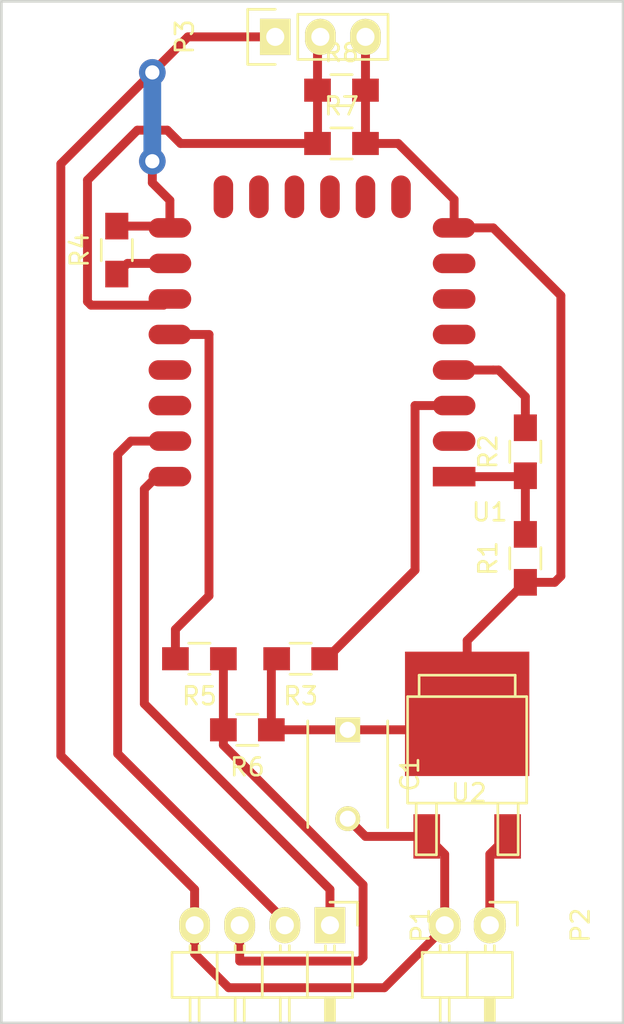
<source format=kicad_pcb>
(kicad_pcb (version 4) (host pcbnew 4.0.1-stable)

  (general
    (links 28)
    (no_connects 19)
    (area 17.424999 21.591666 52.575001 88.175001)
    (thickness 1.6)
    (drawings 4)
    (tracks 90)
    (zones 0)
    (modules 14)
    (nets 25)
  )

  (page User 150.012 150.012)
  (layers
    (0 F.Cu signal hide)
    (31 B.Cu signal)
    (32 B.Adhes user)
    (33 F.Adhes user)
    (34 B.Paste user)
    (35 F.Paste user)
    (36 B.SilkS user)
    (37 F.SilkS user)
    (38 B.Mask user)
    (39 F.Mask user)
    (40 Dwgs.User user)
    (41 Cmts.User user)
    (42 Eco1.User user)
    (43 Eco2.User user)
    (44 Edge.Cuts user)
    (45 Margin user)
    (46 B.CrtYd user)
    (47 F.CrtYd user)
    (48 B.Fab user)
    (49 F.Fab user)
  )

  (setup
    (last_trace_width 1)
    (trace_clearance 0.5)
    (zone_clearance 0.508)
    (zone_45_only no)
    (trace_min 1)
    (segment_width 0.2)
    (edge_width 0.15)
    (via_size 1.5)
    (via_drill 0.8)
    (via_min_size 1.5)
    (via_min_drill 0.8)
    (uvia_size 0.3)
    (uvia_drill 0.1)
    (uvias_allowed no)
    (uvia_min_size 0.2)
    (uvia_min_drill 0.1)
    (pcb_text_width 0.3)
    (pcb_text_size 1.5 1.5)
    (mod_edge_width 0.15)
    (mod_text_size 1 1)
    (mod_text_width 0.15)
    (pad_size 1.524 1.524)
    (pad_drill 0.762)
    (pad_to_mask_clearance 0.2)
    (aux_axis_origin 0 0)
    (visible_elements FFFFFF7F)
    (pcbplotparams
      (layerselection 0x00000_80000001)
      (usegerberextensions false)
      (excludeedgelayer false)
      (linewidth 0.200000)
      (plotframeref false)
      (viasonmask false)
      (mode 1)
      (useauxorigin false)
      (hpglpennumber 1)
      (hpglpenspeed 20)
      (hpglpendiameter 15)
      (hpglpenoverlay 2)
      (psnegative false)
      (psa4output false)
      (plotreference false)
      (plotvalue false)
      (plotinvisibletext false)
      (padsonsilk false)
      (subtractmaskfromsilk false)
      (outputformat 5)
      (mirror false)
      (drillshape 0)
      (scaleselection 1)
      (outputdirectory ""))
  )

  (net 0 "")
  (net 1 "Net-(P1-Pad1)")
  (net 2 "Net-(P1-Pad2)")
  (net 3 "Net-(P1-Pad3)")
  (net 4 GND)
  (net 5 VCC)
  (net 6 "Net-(R1-Pad2)")
  (net 7 "Net-(R2-Pad2)")
  (net 8 "Net-(R3-Pad1)")
  (net 9 "Net-(R4-Pad1)")
  (net 10 "Net-(R5-Pad2)")
  (net 11 /DATA)
  (net 12 "Net-(U1-Pad9)")
  (net 13 "Net-(U1-Pad10)")
  (net 14 "Net-(U1-Pad11)")
  (net 15 "Net-(U1-Pad12)")
  (net 16 "Net-(U1-Pad13)")
  (net 17 "Net-(U1-Pad14)")
  (net 18 "Net-(U1-Pad2)")
  (net 19 "Net-(U1-Pad5)")
  (net 20 "Net-(U1-Pad6)")
  (net 21 "Net-(U1-Pad7)")
  (net 22 "Net-(U1-Pad19)")
  (net 23 "Net-(U1-Pad20)")
  (net 24 "Net-(P2-Pad1)")

  (net_class Default "This is the default net class."
    (clearance 0.5)
    (trace_width 1)
    (via_dia 1.5)
    (via_drill 0.8)
    (uvia_dia 0.3)
    (uvia_drill 0.1)
    (add_net /DATA)
    (add_net GND)
    (add_net "Net-(P1-Pad1)")
    (add_net "Net-(P1-Pad2)")
    (add_net "Net-(P1-Pad3)")
    (add_net "Net-(P2-Pad1)")
    (add_net "Net-(R1-Pad2)")
    (add_net "Net-(R2-Pad2)")
    (add_net "Net-(R3-Pad1)")
    (add_net "Net-(R4-Pad1)")
    (add_net "Net-(R5-Pad2)")
    (add_net "Net-(U1-Pad10)")
    (add_net "Net-(U1-Pad11)")
    (add_net "Net-(U1-Pad12)")
    (add_net "Net-(U1-Pad13)")
    (add_net "Net-(U1-Pad14)")
    (add_net "Net-(U1-Pad19)")
    (add_net "Net-(U1-Pad2)")
    (add_net "Net-(U1-Pad20)")
    (add_net "Net-(U1-Pad5)")
    (add_net "Net-(U1-Pad6)")
    (add_net "Net-(U1-Pad7)")
    (add_net "Net-(U1-Pad9)")
    (add_net VCC)
  )

  (module Pin_Headers:Pin_Header_Angled_1x04 (layer F.Cu) (tedit 57012298) (tstamp 57011C71)
    (at 36 77 270)
    (descr "Through hole pin header")
    (tags "pin header")
    (path /56EC5FC2)
    (fp_text reference P1 (at 0 -5.1 270) (layer F.SilkS)
      (effects (font (size 1 1) (thickness 0.15)))
    )
    (fp_text value CONN_01X04 (at 0 -3.1 270) (layer F.Fab) hide
      (effects (font (size 1 1) (thickness 0.15)))
    )
    (fp_line (start -1.5 -1.75) (end -1.5 9.4) (layer F.CrtYd) (width 0.05))
    (fp_line (start 10.65 -1.75) (end 10.65 9.4) (layer F.CrtYd) (width 0.05))
    (fp_line (start -1.5 -1.75) (end 10.65 -1.75) (layer F.CrtYd) (width 0.05))
    (fp_line (start -1.5 9.4) (end 10.65 9.4) (layer F.CrtYd) (width 0.05))
    (fp_line (start -1.3 -1.55) (end -1.3 0) (layer F.SilkS) (width 0.15))
    (fp_line (start 0 -1.55) (end -1.3 -1.55) (layer F.SilkS) (width 0.15))
    (fp_line (start 4.191 -0.127) (end 10.033 -0.127) (layer F.SilkS) (width 0.15))
    (fp_line (start 10.033 -0.127) (end 10.033 0.127) (layer F.SilkS) (width 0.15))
    (fp_line (start 10.033 0.127) (end 4.191 0.127) (layer F.SilkS) (width 0.15))
    (fp_line (start 4.191 0.127) (end 4.191 0) (layer F.SilkS) (width 0.15))
    (fp_line (start 4.191 0) (end 10.033 0) (layer F.SilkS) (width 0.15))
    (fp_line (start 1.524 -0.254) (end 1.143 -0.254) (layer F.SilkS) (width 0.15))
    (fp_line (start 1.524 0.254) (end 1.143 0.254) (layer F.SilkS) (width 0.15))
    (fp_line (start 1.524 2.286) (end 1.143 2.286) (layer F.SilkS) (width 0.15))
    (fp_line (start 1.524 2.794) (end 1.143 2.794) (layer F.SilkS) (width 0.15))
    (fp_line (start 1.524 4.826) (end 1.143 4.826) (layer F.SilkS) (width 0.15))
    (fp_line (start 1.524 5.334) (end 1.143 5.334) (layer F.SilkS) (width 0.15))
    (fp_line (start 1.524 7.874) (end 1.143 7.874) (layer F.SilkS) (width 0.15))
    (fp_line (start 1.524 7.366) (end 1.143 7.366) (layer F.SilkS) (width 0.15))
    (fp_line (start 1.524 -1.27) (end 4.064 -1.27) (layer F.SilkS) (width 0.15))
    (fp_line (start 1.524 1.27) (end 4.064 1.27) (layer F.SilkS) (width 0.15))
    (fp_line (start 1.524 1.27) (end 1.524 3.81) (layer F.SilkS) (width 0.15))
    (fp_line (start 1.524 3.81) (end 4.064 3.81) (layer F.SilkS) (width 0.15))
    (fp_line (start 4.064 2.286) (end 10.16 2.286) (layer F.SilkS) (width 0.15))
    (fp_line (start 10.16 2.286) (end 10.16 2.794) (layer F.SilkS) (width 0.15))
    (fp_line (start 10.16 2.794) (end 4.064 2.794) (layer F.SilkS) (width 0.15))
    (fp_line (start 4.064 3.81) (end 4.064 1.27) (layer F.SilkS) (width 0.15))
    (fp_line (start 4.064 1.27) (end 4.064 -1.27) (layer F.SilkS) (width 0.15))
    (fp_line (start 10.16 0.254) (end 4.064 0.254) (layer F.SilkS) (width 0.15))
    (fp_line (start 10.16 -0.254) (end 10.16 0.254) (layer F.SilkS) (width 0.15))
    (fp_line (start 4.064 -0.254) (end 10.16 -0.254) (layer F.SilkS) (width 0.15))
    (fp_line (start 1.524 1.27) (end 4.064 1.27) (layer F.SilkS) (width 0.15))
    (fp_line (start 1.524 -1.27) (end 1.524 1.27) (layer F.SilkS) (width 0.15))
    (fp_line (start 1.524 6.35) (end 4.064 6.35) (layer F.SilkS) (width 0.15))
    (fp_line (start 1.524 6.35) (end 1.524 8.89) (layer F.SilkS) (width 0.15))
    (fp_line (start 1.524 8.89) (end 4.064 8.89) (layer F.SilkS) (width 0.15))
    (fp_line (start 4.064 7.366) (end 10.16 7.366) (layer F.SilkS) (width 0.15))
    (fp_line (start 10.16 7.366) (end 10.16 7.874) (layer F.SilkS) (width 0.15))
    (fp_line (start 10.16 7.874) (end 4.064 7.874) (layer F.SilkS) (width 0.15))
    (fp_line (start 4.064 8.89) (end 4.064 6.35) (layer F.SilkS) (width 0.15))
    (fp_line (start 4.064 6.35) (end 4.064 3.81) (layer F.SilkS) (width 0.15))
    (fp_line (start 10.16 5.334) (end 4.064 5.334) (layer F.SilkS) (width 0.15))
    (fp_line (start 10.16 4.826) (end 10.16 5.334) (layer F.SilkS) (width 0.15))
    (fp_line (start 4.064 4.826) (end 10.16 4.826) (layer F.SilkS) (width 0.15))
    (fp_line (start 1.524 6.35) (end 4.064 6.35) (layer F.SilkS) (width 0.15))
    (fp_line (start 1.524 3.81) (end 1.524 6.35) (layer F.SilkS) (width 0.15))
    (fp_line (start 1.524 3.81) (end 4.064 3.81) (layer F.SilkS) (width 0.15))
    (pad 1 thru_hole rect (at 0 0 270) (size 2.032 1.7272) (drill 1.016) (layers *.Cu *.Mask F.SilkS)
      (net 1 "Net-(P1-Pad1)"))
    (pad 2 thru_hole oval (at 0 2.54 270) (size 2.032 1.7272) (drill 1.016) (layers *.Cu *.Mask F.SilkS)
      (net 2 "Net-(P1-Pad2)"))
    (pad 3 thru_hole oval (at 0 5.08 270) (size 2.032 1.7272) (drill 1.016) (layers *.Cu *.Mask F.SilkS)
      (net 3 "Net-(P1-Pad3)"))
    (pad 4 thru_hole oval (at 0 7.62 270) (size 2.032 1.7272) (drill 1.016) (layers *.Cu *.Mask F.SilkS)
      (net 4 GND))
    (model Pin_Headers.3dshapes/Pin_Header_Angled_1x04.wrl
      (at (xyz 0 -0.15 0))
      (scale (xyz 1 1 1))
      (rotate (xyz 0 0 90))
    )
  )

  (module pin_heads:Pin_Header_Angled_1x02 (layer F.Cu) (tedit 57012291) (tstamp 57011C94)
    (at 45 77 270)
    (descr "Through hole pin header")
    (tags "pin header")
    (path /56EC5EE8)
    (fp_text reference P2 (at 0 -5.1 270) (layer F.SilkS)
      (effects (font (size 1 1) (thickness 0.15)))
    )
    (fp_text value CONN_01X02 (at 0 -3.1 270) (layer F.Fab) hide
      (effects (font (size 1 1) (thickness 0.15)))
    )
    (fp_line (start -1.5 -1.75) (end -1.5 4.3) (layer F.CrtYd) (width 0.05))
    (fp_line (start 10.65 -1.75) (end 10.65 4.3) (layer F.CrtYd) (width 0.05))
    (fp_line (start -1.5 -1.75) (end 10.65 -1.75) (layer F.CrtYd) (width 0.05))
    (fp_line (start -1.5 4.3) (end 10.65 4.3) (layer F.CrtYd) (width 0.05))
    (fp_line (start -1.3 -1.55) (end -1.3 0) (layer F.SilkS) (width 0.15))
    (fp_line (start 0 -1.55) (end -1.3 -1.55) (layer F.SilkS) (width 0.15))
    (fp_line (start 4.191 -0.127) (end 10.033 -0.127) (layer F.SilkS) (width 0.15))
    (fp_line (start 10.033 -0.127) (end 10.033 0.127) (layer F.SilkS) (width 0.15))
    (fp_line (start 10.033 0.127) (end 4.191 0.127) (layer F.SilkS) (width 0.15))
    (fp_line (start 4.191 0.127) (end 4.191 0) (layer F.SilkS) (width 0.15))
    (fp_line (start 4.191 0) (end 10.033 0) (layer F.SilkS) (width 0.15))
    (fp_line (start 1.524 -0.254) (end 1.143 -0.254) (layer F.SilkS) (width 0.15))
    (fp_line (start 1.524 0.254) (end 1.143 0.254) (layer F.SilkS) (width 0.15))
    (fp_line (start 1.524 2.286) (end 1.143 2.286) (layer F.SilkS) (width 0.15))
    (fp_line (start 1.524 2.794) (end 1.143 2.794) (layer F.SilkS) (width 0.15))
    (fp_line (start 1.524 -1.27) (end 4.064 -1.27) (layer F.SilkS) (width 0.15))
    (fp_line (start 1.524 1.27) (end 4.064 1.27) (layer F.SilkS) (width 0.15))
    (fp_line (start 1.524 1.27) (end 1.524 3.81) (layer F.SilkS) (width 0.15))
    (fp_line (start 1.524 3.81) (end 4.064 3.81) (layer F.SilkS) (width 0.15))
    (fp_line (start 4.064 2.286) (end 10.16 2.286) (layer F.SilkS) (width 0.15))
    (fp_line (start 10.16 2.286) (end 10.16 2.794) (layer F.SilkS) (width 0.15))
    (fp_line (start 10.16 2.794) (end 4.064 2.794) (layer F.SilkS) (width 0.15))
    (fp_line (start 4.064 3.81) (end 4.064 1.27) (layer F.SilkS) (width 0.15))
    (fp_line (start 4.064 1.27) (end 4.064 -1.27) (layer F.SilkS) (width 0.15))
    (fp_line (start 10.16 0.254) (end 4.064 0.254) (layer F.SilkS) (width 0.15))
    (fp_line (start 10.16 -0.254) (end 10.16 0.254) (layer F.SilkS) (width 0.15))
    (fp_line (start 4.064 -0.254) (end 10.16 -0.254) (layer F.SilkS) (width 0.15))
    (fp_line (start 1.524 1.27) (end 4.064 1.27) (layer F.SilkS) (width 0.15))
    (fp_line (start 1.524 -1.27) (end 1.524 1.27) (layer F.SilkS) (width 0.15))
    (pad 2 thru_hole oval (at 0 2.54 270) (size 2.032 1.8) (drill 1.016) (layers *.Cu *.Mask F.SilkS)
      (net 4 GND))
    (pad 1 thru_hole oval (at 0 0 270) (size 2.032 1.8) (drill 1.016) (layers *.Cu *.Mask F.SilkS)
      (net 24 "Net-(P2-Pad1)"))
    (model Pin_Headers.3dshapes/Pin_Header_Angled_1x02.wrl
      (at (xyz 0 -0.05 0))
      (scale (xyz 1 1 1))
      (rotate (xyz 0 0 90))
    )
  )

  (module Resistors_SMD:R_0805_HandSoldering (layer F.Cu) (tedit 54189DEE) (tstamp 57011CA0)
    (at 47 56.35 90)
    (descr "Resistor SMD 0805, hand soldering")
    (tags "resistor 0805")
    (path /56EC5CA6)
    (attr smd)
    (fp_text reference R1 (at 0 -2.1 90) (layer F.SilkS)
      (effects (font (size 1 1) (thickness 0.15)))
    )
    (fp_text value 10k (at 0 2.1 90) (layer F.Fab)
      (effects (font (size 1 1) (thickness 0.15)))
    )
    (fp_line (start -2.4 -1) (end 2.4 -1) (layer F.CrtYd) (width 0.05))
    (fp_line (start -2.4 1) (end 2.4 1) (layer F.CrtYd) (width 0.05))
    (fp_line (start -2.4 -1) (end -2.4 1) (layer F.CrtYd) (width 0.05))
    (fp_line (start 2.4 -1) (end 2.4 1) (layer F.CrtYd) (width 0.05))
    (fp_line (start 0.6 0.875) (end -0.6 0.875) (layer F.SilkS) (width 0.15))
    (fp_line (start -0.6 -0.875) (end 0.6 -0.875) (layer F.SilkS) (width 0.15))
    (pad 1 smd rect (at -1.35 0 90) (size 1.5 1.3) (layers F.Cu F.Paste F.Mask)
      (net 5 VCC))
    (pad 2 smd rect (at 1.35 0 90) (size 1.5 1.3) (layers F.Cu F.Paste F.Mask)
      (net 6 "Net-(R1-Pad2)"))
    (model Resistors_SMD.3dshapes/R_0805_HandSoldering.wrl
      (at (xyz 0 0 0))
      (scale (xyz 1 1 1))
      (rotate (xyz 0 0 0))
    )
  )

  (module Resistors_SMD:R_0805_HandSoldering (layer F.Cu) (tedit 54189DEE) (tstamp 57011CAC)
    (at 47 50.35 90)
    (descr "Resistor SMD 0805, hand soldering")
    (tags "resistor 0805")
    (path /56EC5BB9)
    (attr smd)
    (fp_text reference R2 (at 0 -2.1 90) (layer F.SilkS)
      (effects (font (size 1 1) (thickness 0.15)))
    )
    (fp_text value 470 (at 0 2.1 90) (layer F.Fab)
      (effects (font (size 1 1) (thickness 0.15)))
    )
    (fp_line (start -2.4 -1) (end 2.4 -1) (layer F.CrtYd) (width 0.05))
    (fp_line (start -2.4 1) (end 2.4 1) (layer F.CrtYd) (width 0.05))
    (fp_line (start -2.4 -1) (end -2.4 1) (layer F.CrtYd) (width 0.05))
    (fp_line (start 2.4 -1) (end 2.4 1) (layer F.CrtYd) (width 0.05))
    (fp_line (start 0.6 0.875) (end -0.6 0.875) (layer F.SilkS) (width 0.15))
    (fp_line (start -0.6 -0.875) (end 0.6 -0.875) (layer F.SilkS) (width 0.15))
    (pad 1 smd rect (at -1.35 0 90) (size 1.5 1.3) (layers F.Cu F.Paste F.Mask)
      (net 6 "Net-(R1-Pad2)"))
    (pad 2 smd rect (at 1.35 0 90) (size 1.5 1.3) (layers F.Cu F.Paste F.Mask)
      (net 7 "Net-(R2-Pad2)"))
    (model Resistors_SMD.3dshapes/R_0805_HandSoldering.wrl
      (at (xyz 0 0 0))
      (scale (xyz 1 1 1))
      (rotate (xyz 0 0 0))
    )
  )

  (module Resistors_SMD:R_0805_HandSoldering (layer F.Cu) (tedit 54189DEE) (tstamp 57011CB8)
    (at 34.35 62 180)
    (descr "Resistor SMD 0805, hand soldering")
    (tags "resistor 0805")
    (path /56EC5C57)
    (attr smd)
    (fp_text reference R3 (at 0 -2.1 180) (layer F.SilkS)
      (effects (font (size 1 1) (thickness 0.15)))
    )
    (fp_text value 10k (at 0 2.1 180) (layer F.Fab)
      (effects (font (size 1 1) (thickness 0.15)))
    )
    (fp_line (start -2.4 -1) (end 2.4 -1) (layer F.CrtYd) (width 0.05))
    (fp_line (start -2.4 1) (end 2.4 1) (layer F.CrtYd) (width 0.05))
    (fp_line (start -2.4 -1) (end -2.4 1) (layer F.CrtYd) (width 0.05))
    (fp_line (start 2.4 -1) (end 2.4 1) (layer F.CrtYd) (width 0.05))
    (fp_line (start 0.6 0.875) (end -0.6 0.875) (layer F.SilkS) (width 0.15))
    (fp_line (start -0.6 -0.875) (end 0.6 -0.875) (layer F.SilkS) (width 0.15))
    (pad 1 smd rect (at -1.35 0 180) (size 1.5 1.3) (layers F.Cu F.Paste F.Mask)
      (net 8 "Net-(R3-Pad1)"))
    (pad 2 smd rect (at 1.35 0 180) (size 1.5 1.3) (layers F.Cu F.Paste F.Mask)
      (net 5 VCC))
    (model Resistors_SMD.3dshapes/R_0805_HandSoldering.wrl
      (at (xyz 0 0 0))
      (scale (xyz 1 1 1))
      (rotate (xyz 0 0 0))
    )
  )

  (module Resistors_SMD:R_0805_HandSoldering (layer F.Cu) (tedit 54189DEE) (tstamp 57011CC4)
    (at 24 39 90)
    (descr "Resistor SMD 0805, hand soldering")
    (tags "resistor 0805")
    (path /56EC5D55)
    (attr smd)
    (fp_text reference R4 (at 0 -2.1 90) (layer F.SilkS)
      (effects (font (size 1 1) (thickness 0.15)))
    )
    (fp_text value 10k (at 0 2.1 90) (layer F.Fab)
      (effects (font (size 1 1) (thickness 0.15)))
    )
    (fp_line (start -2.4 -1) (end 2.4 -1) (layer F.CrtYd) (width 0.05))
    (fp_line (start -2.4 1) (end 2.4 1) (layer F.CrtYd) (width 0.05))
    (fp_line (start -2.4 -1) (end -2.4 1) (layer F.CrtYd) (width 0.05))
    (fp_line (start 2.4 -1) (end 2.4 1) (layer F.CrtYd) (width 0.05))
    (fp_line (start 0.6 0.875) (end -0.6 0.875) (layer F.SilkS) (width 0.15))
    (fp_line (start -0.6 -0.875) (end 0.6 -0.875) (layer F.SilkS) (width 0.15))
    (pad 1 smd rect (at -1.35 0 90) (size 1.5 1.3) (layers F.Cu F.Paste F.Mask)
      (net 9 "Net-(R4-Pad1)"))
    (pad 2 smd rect (at 1.35 0 90) (size 1.5 1.3) (layers F.Cu F.Paste F.Mask)
      (net 4 GND))
    (model Resistors_SMD.3dshapes/R_0805_HandSoldering.wrl
      (at (xyz 0 0 0))
      (scale (xyz 1 1 1))
      (rotate (xyz 0 0 0))
    )
  )

  (module Resistors_SMD:R_0805_HandSoldering (layer F.Cu) (tedit 54189DEE) (tstamp 57011CD0)
    (at 28.65 62 180)
    (descr "Resistor SMD 0805, hand soldering")
    (tags "resistor 0805")
    (path /56EC611D)
    (attr smd)
    (fp_text reference R5 (at 0 -2.1 180) (layer F.SilkS)
      (effects (font (size 1 1) (thickness 0.15)))
    )
    (fp_text value 470 (at 0 2.1 180) (layer F.Fab)
      (effects (font (size 1 1) (thickness 0.15)))
    )
    (fp_line (start -2.4 -1) (end 2.4 -1) (layer F.CrtYd) (width 0.05))
    (fp_line (start -2.4 1) (end 2.4 1) (layer F.CrtYd) (width 0.05))
    (fp_line (start -2.4 -1) (end -2.4 1) (layer F.CrtYd) (width 0.05))
    (fp_line (start 2.4 -1) (end 2.4 1) (layer F.CrtYd) (width 0.05))
    (fp_line (start 0.6 0.875) (end -0.6 0.875) (layer F.SilkS) (width 0.15))
    (fp_line (start -0.6 -0.875) (end 0.6 -0.875) (layer F.SilkS) (width 0.15))
    (pad 1 smd rect (at -1.35 0 180) (size 1.5 1.3) (layers F.Cu F.Paste F.Mask)
      (net 3 "Net-(P1-Pad3)"))
    (pad 2 smd rect (at 1.35 0 180) (size 1.5 1.3) (layers F.Cu F.Paste F.Mask)
      (net 10 "Net-(R5-Pad2)"))
    (model Resistors_SMD.3dshapes/R_0805_HandSoldering.wrl
      (at (xyz 0 0 0))
      (scale (xyz 1 1 1))
      (rotate (xyz 0 0 0))
    )
  )

  (module Resistors_SMD:R_0805_HandSoldering (layer F.Cu) (tedit 54189DEE) (tstamp 57011CDC)
    (at 31.35 66 180)
    (descr "Resistor SMD 0805, hand soldering")
    (tags "resistor 0805")
    (path /56EC5E8B)
    (attr smd)
    (fp_text reference R6 (at 0 -2.1 180) (layer F.SilkS)
      (effects (font (size 1 1) (thickness 0.15)))
    )
    (fp_text value 10k (at 0 2.1 180) (layer F.Fab)
      (effects (font (size 1 1) (thickness 0.15)))
    )
    (fp_line (start -2.4 -1) (end 2.4 -1) (layer F.CrtYd) (width 0.05))
    (fp_line (start -2.4 1) (end 2.4 1) (layer F.CrtYd) (width 0.05))
    (fp_line (start -2.4 -1) (end -2.4 1) (layer F.CrtYd) (width 0.05))
    (fp_line (start 2.4 -1) (end 2.4 1) (layer F.CrtYd) (width 0.05))
    (fp_line (start 0.6 0.875) (end -0.6 0.875) (layer F.SilkS) (width 0.15))
    (fp_line (start -0.6 -0.875) (end 0.6 -0.875) (layer F.SilkS) (width 0.15))
    (pad 1 smd rect (at -1.35 0 180) (size 1.5 1.3) (layers F.Cu F.Paste F.Mask)
      (net 5 VCC))
    (pad 2 smd rect (at 1.35 0 180) (size 1.5 1.3) (layers F.Cu F.Paste F.Mask)
      (net 3 "Net-(P1-Pad3)"))
    (model Resistors_SMD.3dshapes/R_0805_HandSoldering.wrl
      (at (xyz 0 0 0))
      (scale (xyz 1 1 1))
      (rotate (xyz 0 0 0))
    )
  )

  (module Resistors_SMD:R_0805_HandSoldering (layer F.Cu) (tedit 54189DEE) (tstamp 57011CE8)
    (at 36.65 33)
    (descr "Resistor SMD 0805, hand soldering")
    (tags "resistor 0805")
    (path /56F974FC)
    (attr smd)
    (fp_text reference R7 (at 0 -2.1) (layer F.SilkS)
      (effects (font (size 1 1) (thickness 0.15)))
    )
    (fp_text value 10k (at 0 2.1) (layer F.Fab)
      (effects (font (size 1 1) (thickness 0.15)))
    )
    (fp_line (start -2.4 -1) (end 2.4 -1) (layer F.CrtYd) (width 0.05))
    (fp_line (start -2.4 1) (end 2.4 1) (layer F.CrtYd) (width 0.05))
    (fp_line (start -2.4 -1) (end -2.4 1) (layer F.CrtYd) (width 0.05))
    (fp_line (start 2.4 -1) (end 2.4 1) (layer F.CrtYd) (width 0.05))
    (fp_line (start 0.6 0.875) (end -0.6 0.875) (layer F.SilkS) (width 0.15))
    (fp_line (start -0.6 -0.875) (end 0.6 -0.875) (layer F.SilkS) (width 0.15))
    (pad 1 smd rect (at -1.35 0) (size 1.5 1.3) (layers F.Cu F.Paste F.Mask)
      (net 11 /DATA))
    (pad 2 smd rect (at 1.35 0) (size 1.5 1.3) (layers F.Cu F.Paste F.Mask)
      (net 5 VCC))
    (model Resistors_SMD.3dshapes/R_0805_HandSoldering.wrl
      (at (xyz 0 0 0))
      (scale (xyz 1 1 1))
      (rotate (xyz 0 0 0))
    )
  )

  (module ESP8266:ESP-12E (layer F.Cu) (tedit 559F8D21) (tstamp 57011D0D)
    (at 42.99 51.75 180)
    (descr "Module, ESP-8266, ESP-12, 16 pad, SMD")
    (tags "Module ESP-8266 ESP8266")
    (path /56EC5AD9)
    (fp_text reference U1 (at -2 -2 180) (layer F.SilkS)
      (effects (font (size 1 1) (thickness 0.15)))
    )
    (fp_text value ESP-12E (at 8 1 180) (layer F.Fab)
      (effects (font (size 1 1) (thickness 0.15)))
    )
    (fp_line (start 16 -8.4) (end 0 -2.6) (layer F.CrtYd) (width 0.1524))
    (fp_line (start 0 -8.4) (end 16 -2.6) (layer F.CrtYd) (width 0.1524))
    (fp_text user "No Copper" (at 7.9 -5.4 180) (layer F.CrtYd)
      (effects (font (size 1 1) (thickness 0.15)))
    )
    (fp_line (start 0 -8.4) (end 0 -2.6) (layer F.CrtYd) (width 0.1524))
    (fp_line (start 0 -2.6) (end 16 -2.6) (layer F.CrtYd) (width 0.1524))
    (fp_line (start 16 -2.6) (end 16 -8.4) (layer F.CrtYd) (width 0.1524))
    (fp_line (start 16 -8.4) (end 0 -8.4) (layer F.CrtYd) (width 0.1524))
    (fp_line (start 16 -8.4) (end 16 15.6) (layer F.Fab) (width 0.1524))
    (fp_line (start 16 15.6) (end 0 15.6) (layer F.Fab) (width 0.1524))
    (fp_line (start 0 15.6) (end 0 -8.4) (layer F.Fab) (width 0.1524))
    (fp_line (start 0 -8.4) (end 16 -8.4) (layer F.Fab) (width 0.1524))
    (pad 9 smd oval (at 2.99 15.75 270) (size 2.4 1.1) (layers F.Cu F.Paste F.Mask)
      (net 12 "Net-(U1-Pad9)"))
    (pad 10 smd oval (at 4.99 15.75 270) (size 2.4 1.1) (layers F.Cu F.Paste F.Mask)
      (net 13 "Net-(U1-Pad10)"))
    (pad 11 smd oval (at 6.99 15.75 270) (size 2.4 1.1) (layers F.Cu F.Paste F.Mask)
      (net 14 "Net-(U1-Pad11)"))
    (pad 12 smd oval (at 8.99 15.75 270) (size 2.4 1.1) (layers F.Cu F.Paste F.Mask)
      (net 15 "Net-(U1-Pad12)"))
    (pad 13 smd oval (at 10.99 15.75 270) (size 2.4 1.1) (layers F.Cu F.Paste F.Mask)
      (net 16 "Net-(U1-Pad13)"))
    (pad 14 smd oval (at 12.99 15.75 270) (size 2.4 1.1) (layers F.Cu F.Paste F.Mask)
      (net 17 "Net-(U1-Pad14)"))
    (pad 1 smd rect (at 0 0 180) (size 2.4 1.1) (layers F.Cu F.Paste F.Mask)
      (net 6 "Net-(R1-Pad2)"))
    (pad 2 smd oval (at 0 2 180) (size 2.4 1.1) (layers F.Cu F.Paste F.Mask)
      (net 18 "Net-(U1-Pad2)"))
    (pad 3 smd oval (at 0 4 180) (size 2.4 1.1) (layers F.Cu F.Paste F.Mask)
      (net 8 "Net-(R3-Pad1)"))
    (pad 4 smd oval (at 0 6 180) (size 2.4 1.1) (layers F.Cu F.Paste F.Mask)
      (net 7 "Net-(R2-Pad2)"))
    (pad 5 smd oval (at 0 8 180) (size 2.4 1.1) (layers F.Cu F.Paste F.Mask)
      (net 19 "Net-(U1-Pad5)"))
    (pad 6 smd oval (at 0 10 180) (size 2.4 1.1) (layers F.Cu F.Paste F.Mask)
      (net 20 "Net-(U1-Pad6)"))
    (pad 7 smd oval (at 0 12 180) (size 2.4 1.1) (layers F.Cu F.Paste F.Mask)
      (net 21 "Net-(U1-Pad7)"))
    (pad 8 smd oval (at 0 14 180) (size 2.4 1.1) (layers F.Cu F.Paste F.Mask)
      (net 5 VCC))
    (pad 15 smd oval (at 16 14 180) (size 2.4 1.1) (layers F.Cu F.Paste F.Mask)
      (net 4 GND))
    (pad 16 smd oval (at 16 12 180) (size 2.4 1.1) (layers F.Cu F.Paste F.Mask)
      (net 9 "Net-(R4-Pad1)"))
    (pad 17 smd oval (at 16 10 180) (size 2.4 1.1) (layers F.Cu F.Paste F.Mask)
      (net 11 /DATA))
    (pad 18 smd oval (at 16 8 180) (size 2.4 1.1) (layers F.Cu F.Paste F.Mask)
      (net 10 "Net-(R5-Pad2)"))
    (pad 19 smd oval (at 16 6 180) (size 2.4 1.1) (layers F.Cu F.Paste F.Mask)
      (net 22 "Net-(U1-Pad19)"))
    (pad 20 smd oval (at 16 4 180) (size 2.4 1.1) (layers F.Cu F.Paste F.Mask)
      (net 23 "Net-(U1-Pad20)"))
    (pad 21 smd oval (at 16 2 180) (size 2.4 1.1) (layers F.Cu F.Paste F.Mask)
      (net 2 "Net-(P1-Pad2)"))
    (pad 22 smd oval (at 16 0 180) (size 2.4 1.1) (layers F.Cu F.Paste F.Mask)
      (net 1 "Net-(P1-Pad1)"))
    (model ${ESPLIB}/ESP8266.3dshapes/ESP-12.wrl
      (at (xyz 0.04 0 0))
      (scale (xyz 0.3937 0.3937 0.3937))
      (rotate (xyz 0 0 0))
    )
  )

  (module Capacitors_ThroughHole:C_Disc_D6_P5 (layer F.Cu) (tedit 0) (tstamp 57011F04)
    (at 37 66 270)
    (descr "Capacitor 6mm Disc, Pitch 5mm")
    (tags Capacitor)
    (path /57011AB7)
    (fp_text reference C1 (at 2.5 -3.5 270) (layer F.SilkS)
      (effects (font (size 1 1) (thickness 0.15)))
    )
    (fp_text value 104 (at 2.5 3.5 270) (layer F.Fab)
      (effects (font (size 1 1) (thickness 0.15)))
    )
    (fp_line (start -0.95 -2.5) (end 5.95 -2.5) (layer F.CrtYd) (width 0.05))
    (fp_line (start 5.95 -2.5) (end 5.95 2.5) (layer F.CrtYd) (width 0.05))
    (fp_line (start 5.95 2.5) (end -0.95 2.5) (layer F.CrtYd) (width 0.05))
    (fp_line (start -0.95 2.5) (end -0.95 -2.5) (layer F.CrtYd) (width 0.05))
    (fp_line (start -0.5 -2.25) (end 5.5 -2.25) (layer F.SilkS) (width 0.15))
    (fp_line (start 5.5 2.25) (end -0.5 2.25) (layer F.SilkS) (width 0.15))
    (pad 1 thru_hole rect (at 0 0 270) (size 1.4 1.4) (drill 0.9) (layers *.Cu *.Mask F.SilkS)
      (net 5 VCC))
    (pad 2 thru_hole circle (at 5 0 270) (size 1.4 1.4) (drill 0.9) (layers *.Cu *.Mask F.SilkS)
      (net 4 GND))
    (model Capacitors_ThroughHole.3dshapes/C_Disc_D6_P5.wrl
      (at (xyz 0.0984252 0 0))
      (scale (xyz 1 1 1))
      (rotate (xyz 0 0 0))
    )
  )

  (module Pin_Headers:Pin_Header_Straight_1x03 (layer F.Cu) (tedit 570122A2) (tstamp 57011F16)
    (at 32.92 27 90)
    (descr "Through hole pin header")
    (tags "pin header")
    (path /570114D2)
    (fp_text reference P3 (at 0 -5.1 90) (layer F.SilkS)
      (effects (font (size 1 1) (thickness 0.15)))
    )
    (fp_text value CONN_01X03 (at 0 -3.1 90) (layer F.Fab) hide
      (effects (font (size 1 1) (thickness 0.15)))
    )
    (fp_line (start -1.75 -1.75) (end -1.75 6.85) (layer F.CrtYd) (width 0.05))
    (fp_line (start 1.75 -1.75) (end 1.75 6.85) (layer F.CrtYd) (width 0.05))
    (fp_line (start -1.75 -1.75) (end 1.75 -1.75) (layer F.CrtYd) (width 0.05))
    (fp_line (start -1.75 6.85) (end 1.75 6.85) (layer F.CrtYd) (width 0.05))
    (fp_line (start -1.27 1.27) (end -1.27 6.35) (layer F.SilkS) (width 0.15))
    (fp_line (start -1.27 6.35) (end 1.27 6.35) (layer F.SilkS) (width 0.15))
    (fp_line (start 1.27 6.35) (end 1.27 1.27) (layer F.SilkS) (width 0.15))
    (fp_line (start 1.55 -1.55) (end 1.55 0) (layer F.SilkS) (width 0.15))
    (fp_line (start 1.27 1.27) (end -1.27 1.27) (layer F.SilkS) (width 0.15))
    (fp_line (start -1.55 0) (end -1.55 -1.55) (layer F.SilkS) (width 0.15))
    (fp_line (start -1.55 -1.55) (end 1.55 -1.55) (layer F.SilkS) (width 0.15))
    (pad 1 thru_hole rect (at 0 0 90) (size 2.032 1.7272) (drill 1.016) (layers *.Cu *.Mask F.SilkS)
      (net 4 GND))
    (pad 2 thru_hole oval (at 0 2.54 90) (size 2.032 1.7272) (drill 1.016) (layers *.Cu *.Mask F.SilkS)
      (net 11 /DATA))
    (pad 3 thru_hole oval (at 0 5.08 90) (size 2.032 1.7272) (drill 1.016) (layers *.Cu *.Mask F.SilkS)
      (net 5 VCC))
    (model Pin_Headers.3dshapes/Pin_Header_Straight_1x03.wrl
      (at (xyz 0 -0.1 0))
      (scale (xyz 1 1 1))
      (rotate (xyz 0 0 90))
    )
  )

  (module Resistors_SMD:R_0805_HandSoldering (layer F.Cu) (tedit 54189DEE) (tstamp 57011F22)
    (at 36.65 30)
    (descr "Resistor SMD 0805, hand soldering")
    (tags "resistor 0805")
    (path /570112A6)
    (attr smd)
    (fp_text reference R8 (at 0 -2.1) (layer F.SilkS)
      (effects (font (size 1 1) (thickness 0.15)))
    )
    (fp_text value 10k (at 0 2.1) (layer F.Fab)
      (effects (font (size 1 1) (thickness 0.15)))
    )
    (fp_line (start -2.4 -1) (end 2.4 -1) (layer F.CrtYd) (width 0.05))
    (fp_line (start -2.4 1) (end 2.4 1) (layer F.CrtYd) (width 0.05))
    (fp_line (start -2.4 -1) (end -2.4 1) (layer F.CrtYd) (width 0.05))
    (fp_line (start 2.4 -1) (end 2.4 1) (layer F.CrtYd) (width 0.05))
    (fp_line (start 0.6 0.875) (end -0.6 0.875) (layer F.SilkS) (width 0.15))
    (fp_line (start -0.6 -0.875) (end 0.6 -0.875) (layer F.SilkS) (width 0.15))
    (pad 1 smd rect (at -1.35 0) (size 1.5 1.3) (layers F.Cu F.Paste F.Mask)
      (net 11 /DATA))
    (pad 2 smd rect (at 1.35 0) (size 1.5 1.3) (layers F.Cu F.Paste F.Mask)
      (net 5 VCC))
    (model Resistors_SMD.3dshapes/R_0805_HandSoldering.wrl
      (at (xyz 0 0 0))
      (scale (xyz 1 1 1))
      (rotate (xyz 0 0 0))
    )
  )

  (module TO_SOT_Packages_SMD:SOT-428 (layer F.Cu) (tedit 5701229C) (tstamp 57011F23)
    (at 43.72416 68.55068)
    (descr SOT428)
    (path /570117A5)
    (attr smd)
    (fp_text reference U2 (at 0.09906 1.00076) (layer F.SilkS)
      (effects (font (size 1 1) (thickness 0.15)))
    )
    (fp_text value LD1117S33CTR (at -0.09906 0.89916) (layer F.Fab) hide
      (effects (font (size 1 1) (thickness 0.15)))
    )
    (fp_line (start -2.7051 -4.4323) (end -2.7051 -5.6261) (layer F.SilkS) (width 0.15))
    (fp_line (start -2.7051 -5.6261) (end 2.7051 -5.6261) (layer F.SilkS) (width 0.15))
    (fp_line (start 2.7051 -5.6261) (end 2.7051 -4.4196) (layer F.SilkS) (width 0.15))
    (fp_line (start 1.7272 1.5748) (end 1.7272 4.4831) (layer F.SilkS) (width 0.15))
    (fp_line (start 2.8702 4.4831) (end 2.8702 1.5748) (layer F.SilkS) (width 0.15))
    (fp_line (start 1.7272 4.4831) (end 2.8702 4.4831) (layer F.SilkS) (width 0.15))
    (fp_line (start -2.8702 4.4831) (end -1.7272 4.4831) (layer F.SilkS) (width 0.15))
    (fp_line (start -1.7272 4.4831) (end -1.7272 1.5748) (layer F.SilkS) (width 0.15))
    (fp_line (start -2.8702 1.5748) (end -2.8702 4.4831) (layer F.SilkS) (width 0.15))
    (fp_line (start 3.3528 1.5748) (end 3.3528 -4.4196) (layer F.SilkS) (width 0.15))
    (fp_line (start 3.3528 -4.4196) (end -3.3528 -4.4196) (layer F.SilkS) (width 0.15))
    (fp_line (start -3.3528 -4.4196) (end -3.3528 1.5748) (layer F.SilkS) (width 0.15))
    (fp_line (start 3.3528 1.5748) (end -3.3528 1.5748) (layer F.SilkS) (width 0.15))
    (pad 1 smd rect (at -2.27584 3.44932) (size 1.50114 2.49936) (layers F.Cu F.Paste F.Mask)
      (net 4 GND))
    (pad 3 smd rect (at 2.27584 3.44932) (size 1.50114 2.49936) (layers F.Cu F.Paste F.Mask)
      (net 24 "Net-(P2-Pad1)"))
    (pad 2 smd rect (at 0 -3.44932) (size 7.00024 7.00024) (layers F.Cu F.Paste F.Mask)
      (net 5 VCC))
    (model TO_SOT_Packages_SMD.3dshapes/SOT-428.wrl
      (at (xyz 0 0 0))
      (scale (xyz 1 1 1))
      (rotate (xyz 0 0 0))
    )
  )

  (gr_line (start 52.5 82.5) (end 17.5 82.5) (layer Edge.Cuts) (width 0.15))
  (gr_line (start 52.5 25) (end 52.5 82.5) (layer Edge.Cuts) (width 0.15))
  (gr_line (start 17.5 25) (end 52.5 25) (layer Edge.Cuts) (width 0.15))
  (gr_line (start 17.5 25) (end 17.5 82.5) (layer Edge.Cuts) (width 0.15))

  (segment (start 25.549999 52.450001) (end 26.25 51.75) (width 0.501) (layer F.Cu) (net 1))
  (segment (start 26.25 51.75) (end 26.99 51.75) (width 0.501) (layer F.Cu) (net 1))
  (segment (start 36 77) (end 36 74.984) (width 0.501) (layer F.Cu) (net 1))
  (segment (start 36 74.984) (end 25.549999 64.533999) (width 0.501) (layer F.Cu) (net 1))
  (segment (start 25.549999 64.533999) (end 25.549999 52.450001) (width 0.501) (layer F.Cu) (net 1))
  (segment (start 33.46 77) (end 33.46 76.752058) (width 0.501) (layer F.Cu) (net 2))
  (segment (start 33.46 76.752058) (end 24.04999 67.342048) (width 0.501) (layer F.Cu) (net 2))
  (segment (start 24.04999 67.342048) (end 24.04999 50.49001) (width 0.501) (layer F.Cu) (net 2))
  (segment (start 24.04999 50.49001) (end 24.79 49.75) (width 0.501) (layer F.Cu) (net 2))
  (segment (start 24.79 49.75) (end 26.99 49.75) (width 0.501) (layer F.Cu) (net 2))
  (segment (start 30.92 77) (end 30.920001 79.016001) (width 0.501) (layer F.Cu) (net 3))
  (segment (start 30.920001 79.016001) (end 37.663601 79.016001) (width 0.501) (layer F.Cu) (net 3))
  (segment (start 37.663601 79.016001) (end 37.863601 78.816001) (width 0.501) (layer F.Cu) (net 3))
  (segment (start 37.863601 78.816001) (end 37.863601 74.726267) (width 0.501) (layer F.Cu) (net 3))
  (segment (start 37.863601 74.726267) (end 30 66.862666) (width 0.501) (layer F.Cu) (net 3))
  (segment (start 30 66.862666) (end 30 66) (width 0.501) (layer F.Cu) (net 3))
  (segment (start 30 66) (end 30 62) (width 0.501) (layer F.Cu) (net 3))
  (segment (start 26 29) (end 20.84999 34.15001) (width 0.501) (layer F.Cu) (net 4))
  (segment (start 20.84999 34.15001) (end 20.84999 67.45399) (width 0.501) (layer F.Cu) (net 4))
  (segment (start 20.84999 67.45399) (end 28.38 74.984) (width 0.501) (layer F.Cu) (net 4))
  (segment (start 28.38 74.984) (end 28.38 77) (width 0.501) (layer F.Cu) (net 4))
  (segment (start 28 27) (end 32.92 27) (width 0.501) (layer F.Cu) (net 4))
  (segment (start 26 29) (end 28 27) (width 0.501) (layer F.Cu) (net 4))
  (via (at 26 29) (size 1.5) (drill 0.8) (layers F.Cu B.Cu) (net 4))
  (segment (start 26 34) (end 26 29) (width 1) (layer B.Cu) (net 4))
  (segment (start 26 35.21) (end 26 34) (width 0.501) (layer F.Cu) (net 4))
  (via (at 26 34) (size 1.5) (drill 0.8) (layers F.Cu B.Cu) (net 4))
  (segment (start 26.99 37.75) (end 26.99 36.2) (width 0.501) (layer F.Cu) (net 4))
  (segment (start 26.99 36.2) (end 26 35.21) (width 0.501) (layer F.Cu) (net 4))
  (segment (start 28.38 77) (end 28.38 78.597332) (width 0.501) (layer F.Cu) (net 4))
  (segment (start 28.38 78.597332) (end 30.298677 80.516011) (width 0.501) (layer F.Cu) (net 4))
  (segment (start 30.298677 80.516011) (end 39.059989 80.516011) (width 0.501) (layer F.Cu) (net 4))
  (segment (start 39.059989 80.516011) (end 42.46 77.116) (width 0.501) (layer F.Cu) (net 4))
  (segment (start 42.46 77.116) (end 42.46 77) (width 0.501) (layer F.Cu) (net 4))
  (segment (start 41.44832 72) (end 38 72) (width 0.501) (layer F.Cu) (net 4))
  (segment (start 38 72) (end 37 71) (width 0.501) (layer F.Cu) (net 4))
  (segment (start 42.46 77) (end 42.46 73.01168) (width 0.501) (layer F.Cu) (net 4))
  (segment (start 42.46 73.01168) (end 41.44832 72) (width 0.501) (layer F.Cu) (net 4))
  (segment (start 24 37.65) (end 26.89 37.65) (width 0.501) (layer F.Cu) (net 4))
  (segment (start 26.89 37.65) (end 26.99 37.75) (width 0.501) (layer F.Cu) (net 4))
  (segment (start 32.7 66) (end 32.7 62.3) (width 0.501) (layer F.Cu) (net 5))
  (segment (start 32.7 62.3) (end 33 62) (width 0.501) (layer F.Cu) (net 5))
  (segment (start 37 66) (end 32.7 66) (width 0.501) (layer F.Cu) (net 5))
  (segment (start 37 66) (end 42.82552 66) (width 0.501) (layer F.Cu) (net 5))
  (segment (start 42.82552 66) (end 43.72416 65.10136) (width 0.501) (layer F.Cu) (net 5))
  (segment (start 49 57.35) (end 49 41.56) (width 0.501) (layer F.Cu) (net 5))
  (segment (start 49 41.56) (end 45.19 37.75) (width 0.501) (layer F.Cu) (net 5))
  (segment (start 45.19 37.75) (end 42.99 37.75) (width 0.501) (layer F.Cu) (net 5))
  (segment (start 47 57.7) (end 48.650001 57.699999) (width 0.501) (layer F.Cu) (net 5))
  (segment (start 48.650001 57.699999) (end 49 57.35) (width 0.501) (layer F.Cu) (net 5))
  (segment (start 43.72416 65.10136) (end 43.72416 60.97584) (width 0.501) (layer F.Cu) (net 5))
  (segment (start 43.72416 60.97584) (end 47 57.7) (width 0.501) (layer F.Cu) (net 5))
  (segment (start 38 33) (end 39.842045 33) (width 0.501) (layer F.Cu) (net 5))
  (segment (start 39.842045 33) (end 42.99 36.147955) (width 0.501) (layer F.Cu) (net 5))
  (segment (start 42.99 36.147955) (end 42.99 36.2) (width 0.501) (layer F.Cu) (net 5))
  (segment (start 42.99 36.2) (end 42.99 37.75) (width 0.501) (layer F.Cu) (net 5))
  (segment (start 38 30) (end 38 27) (width 0.501) (layer F.Cu) (net 5))
  (segment (start 38 33) (end 38 30) (width 0.501) (layer F.Cu) (net 5))
  (segment (start 47 55) (end 47 51.7) (width 0.501) (layer F.Cu) (net 6))
  (segment (start 42.99 51.75) (end 46.95 51.75) (width 0.501) (layer F.Cu) (net 6))
  (segment (start 46.95 51.75) (end 47 51.7) (width 0.501) (layer F.Cu) (net 6))
  (segment (start 47 49) (end 47 47.25) (width 0.501) (layer F.Cu) (net 7))
  (segment (start 47 47.25) (end 45.5 45.75) (width 0.501) (layer F.Cu) (net 7))
  (segment (start 45.5 45.75) (end 45.19 45.75) (width 0.501) (layer F.Cu) (net 7))
  (segment (start 45.19 45.75) (end 42.99 45.75) (width 0.501) (layer F.Cu) (net 7))
  (segment (start 35.7 62) (end 35.8 62) (width 0.501) (layer F.Cu) (net 8))
  (segment (start 35.8 62) (end 40.78999 57.01001) (width 0.501) (layer F.Cu) (net 8))
  (segment (start 40.78999 47.75001) (end 40.79 47.75) (width 0.501) (layer F.Cu) (net 8))
  (segment (start 40.78999 57.01001) (end 40.78999 47.75001) (width 0.501) (layer F.Cu) (net 8))
  (segment (start 40.79 47.75) (end 42.99 47.75) (width 0.501) (layer F.Cu) (net 8))
  (segment (start 24 40.35) (end 24.6 39.75) (width 0.501) (layer F.Cu) (net 9))
  (segment (start 24.6 39.75) (end 26.99 39.75) (width 0.501) (layer F.Cu) (net 9))
  (segment (start 27.3 62) (end 27.3 60.35) (width 0.501) (layer F.Cu) (net 10))
  (segment (start 27.3 60.35) (end 29.19001 58.45999) (width 0.501) (layer F.Cu) (net 10))
  (segment (start 29.19001 58.45999) (end 29.19001 43.75001) (width 0.501) (layer F.Cu) (net 10))
  (segment (start 29.19001 43.75001) (end 29.19 43.75) (width 0.501) (layer F.Cu) (net 10))
  (segment (start 29.19 43.75) (end 26.99 43.75) (width 0.501) (layer F.Cu) (net 10))
  (segment (start 35.3 33) (end 27.590002 33) (width 0.501) (layer F.Cu) (net 11))
  (segment (start 27.590002 33) (end 26.840001 32.249999) (width 0.501) (layer F.Cu) (net 11))
  (segment (start 26.840001 32.249999) (end 25.159999 32.249999) (width 0.501) (layer F.Cu) (net 11))
  (segment (start 25.159999 32.249999) (end 22.349999 35.059999) (width 0.501) (layer F.Cu) (net 11))
  (segment (start 22.349999 35.059999) (end 22.349999 41.900001) (width 0.501) (layer F.Cu) (net 11))
  (segment (start 22.349999 41.900001) (end 22.549999 42.100001) (width 0.501) (layer F.Cu) (net 11))
  (segment (start 22.549999 42.100001) (end 26.639999 42.100001) (width 0.501) (layer F.Cu) (net 11))
  (segment (start 26.639999 42.100001) (end 26.99 41.75) (width 0.501) (layer F.Cu) (net 11))
  (segment (start 35.3 33) (end 35.3 30) (width 0.501) (layer F.Cu) (net 11))
  (segment (start 35.3 30) (end 35.3 27.16) (width 0.501) (layer F.Cu) (net 11))
  (segment (start 35.3 27.16) (end 35.46 27) (width 0.501) (layer F.Cu) (net 11))
  (segment (start 45 77) (end 45 73) (width 0.501) (layer F.Cu) (net 24))
  (segment (start 45 73) (end 46 72) (width 0.501) (layer F.Cu) (net 24))

)

</source>
